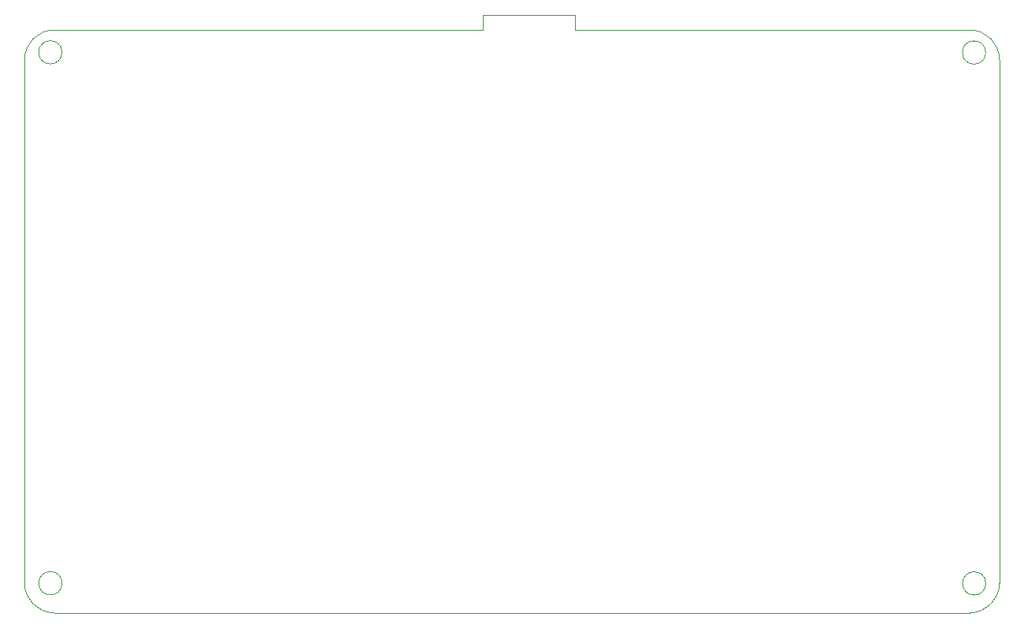
<source format=gbr>
G04 #@! TF.GenerationSoftware,KiCad,Pcbnew,(5.1.5)-3*
G04 #@! TF.CreationDate,2020-04-08T16:54:26+08:00*
G04 #@! TF.ProjectId,KaChi-Juu Macropad,4b614368-692d-44a7-9575-204d6163726f,rev?*
G04 #@! TF.SameCoordinates,Original*
G04 #@! TF.FileFunction,Profile,NP*
%FSLAX46Y46*%
G04 Gerber Fmt 4.6, Leading zero omitted, Abs format (unit mm)*
G04 Created by KiCad (PCBNEW (5.1.5)-3) date 2020-04-08 16:54:26*
%MOMM*%
%LPD*%
G04 APERTURE LIST*
%ADD10C,0.050000*%
G04 APERTURE END LIST*
D10*
X163512500Y-21431250D02*
X163512500Y-77787500D01*
X117856904Y-18256037D02*
X160337500Y-18256250D01*
X61912500Y-18256250D02*
X107950000Y-18256250D01*
X61912500Y-80962500D02*
X160337500Y-80962500D01*
X58737500Y-77787500D02*
X58737500Y-21431250D01*
X162040000Y-20680000D02*
G75*
G03X162040000Y-20680000I-1250000J0D01*
G01*
X62750000Y-20660000D02*
G75*
G03X62750000Y-20660000I-1250000J0D01*
G01*
X62760000Y-77780000D02*
G75*
G03X62760000Y-77780000I-1250000J0D01*
G01*
X162050000Y-77800000D02*
G75*
G03X162050000Y-77800000I-1250000J0D01*
G01*
X117856904Y-18256037D02*
X117856000Y-16637000D01*
X107950000Y-16668750D02*
X107950000Y-18256250D01*
X107950000Y-16668750D02*
X117856000Y-16637000D01*
X160337500Y-18256250D02*
G75*
G02X163512500Y-21431250I0J-3175000D01*
G01*
X163512500Y-77787500D02*
G75*
G02X160337500Y-80962500I-3175000J0D01*
G01*
X61912500Y-80962500D02*
G75*
G02X58737500Y-77787500I0J3175000D01*
G01*
X58737500Y-21431250D02*
G75*
G02X61912500Y-18256250I3175000J0D01*
G01*
M02*

</source>
